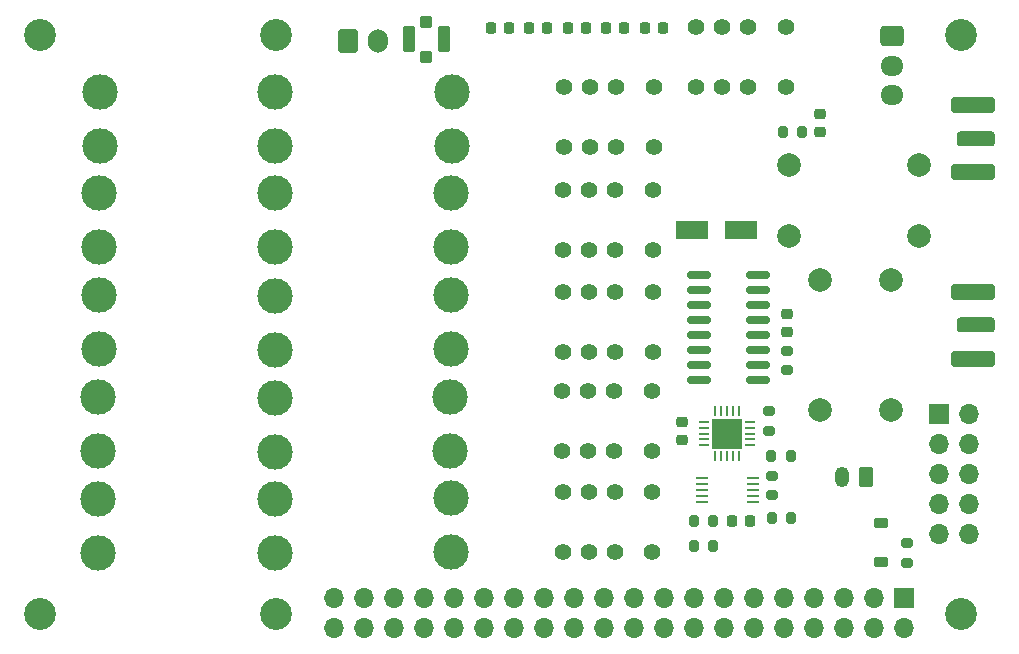
<source format=gbr>
%TF.GenerationSoftware,KiCad,Pcbnew,9.0.0*%
%TF.CreationDate,2025-07-18T17:54:32-05:00*%
%TF.ProjectId,txfilters,74786669-6c74-4657-9273-2e6b69636164,rev?*%
%TF.SameCoordinates,Original*%
%TF.FileFunction,Soldermask,Top*%
%TF.FilePolarity,Negative*%
%FSLAX46Y46*%
G04 Gerber Fmt 4.6, Leading zero omitted, Abs format (unit mm)*
G04 Created by KiCad (PCBNEW 9.0.0) date 2025-07-18 17:54:32*
%MOMM*%
%LPD*%
G01*
G04 APERTURE LIST*
G04 Aperture macros list*
%AMRoundRect*
0 Rectangle with rounded corners*
0 $1 Rounding radius*
0 $2 $3 $4 $5 $6 $7 $8 $9 X,Y pos of 4 corners*
0 Add a 4 corners polygon primitive as box body*
4,1,4,$2,$3,$4,$5,$6,$7,$8,$9,$2,$3,0*
0 Add four circle primitives for the rounded corners*
1,1,$1+$1,$2,$3*
1,1,$1+$1,$4,$5*
1,1,$1+$1,$6,$7*
1,1,$1+$1,$8,$9*
0 Add four rect primitives between the rounded corners*
20,1,$1+$1,$2,$3,$4,$5,0*
20,1,$1+$1,$4,$5,$6,$7,0*
20,1,$1+$1,$6,$7,$8,$9,0*
20,1,$1+$1,$8,$9,$2,$3,0*%
G04 Aperture macros list end*
%ADD10C,1.400000*%
%ADD11C,3.000000*%
%ADD12RoundRect,0.225000X0.250000X-0.225000X0.250000X0.225000X-0.250000X0.225000X-0.250000X-0.225000X0*%
%ADD13C,2.700000*%
%ADD14RoundRect,0.100000X-0.400000X-0.400000X0.400000X-0.400000X0.400000X0.400000X-0.400000X0.400000X0*%
%ADD15RoundRect,0.105000X-0.420000X-0.995000X0.420000X-0.995000X0.420000X0.995000X-0.420000X0.995000X0*%
%ADD16C,2.000000*%
%ADD17RoundRect,0.150000X0.825000X0.150000X-0.825000X0.150000X-0.825000X-0.150000X0.825000X-0.150000X0*%
%ADD18RoundRect,0.225000X-0.225000X-0.250000X0.225000X-0.250000X0.225000X0.250000X-0.225000X0.250000X0*%
%ADD19RoundRect,0.200000X-0.275000X0.200000X-0.275000X-0.200000X0.275000X-0.200000X0.275000X0.200000X0*%
%ADD20RoundRect,0.225000X0.225000X0.250000X-0.225000X0.250000X-0.225000X-0.250000X0.225000X-0.250000X0*%
%ADD21RoundRect,0.250000X1.350000X-0.385000X1.350000X0.385000X-1.350000X0.385000X-1.350000X-0.385000X0*%
%ADD22RoundRect,0.250000X1.600000X-0.425000X1.600000X0.425000X-1.600000X0.425000X-1.600000X-0.425000X0*%
%ADD23RoundRect,0.250000X-1.137500X-0.550000X1.137500X-0.550000X1.137500X0.550000X-1.137500X0.550000X0*%
%ADD24RoundRect,0.225000X-0.250000X0.225000X-0.250000X-0.225000X0.250000X-0.225000X0.250000X0.225000X0*%
%ADD25RoundRect,0.250000X0.350000X0.625000X-0.350000X0.625000X-0.350000X-0.625000X0.350000X-0.625000X0*%
%ADD26O,1.200000X1.750000*%
%ADD27RoundRect,0.200000X0.200000X0.275000X-0.200000X0.275000X-0.200000X-0.275000X0.200000X-0.275000X0*%
%ADD28RoundRect,0.250000X-0.725000X0.600000X-0.725000X-0.600000X0.725000X-0.600000X0.725000X0.600000X0*%
%ADD29O,1.950000X1.700000*%
%ADD30RoundRect,0.218750X0.218750X0.256250X-0.218750X0.256250X-0.218750X-0.256250X0.218750X-0.256250X0*%
%ADD31RoundRect,0.225000X-0.375000X0.225000X-0.375000X-0.225000X0.375000X-0.225000X0.375000X0.225000X0*%
%ADD32RoundRect,0.200000X-0.200000X-0.275000X0.200000X-0.275000X0.200000X0.275000X-0.200000X0.275000X0*%
%ADD33R,1.100000X0.250000*%
%ADD34RoundRect,0.218750X-0.218750X-0.256250X0.218750X-0.256250X0.218750X0.256250X-0.218750X0.256250X0*%
%ADD35RoundRect,0.062500X0.062500X-0.350000X0.062500X0.350000X-0.062500X0.350000X-0.062500X-0.350000X0*%
%ADD36RoundRect,0.062500X0.350000X-0.062500X0.350000X0.062500X-0.350000X0.062500X-0.350000X-0.062500X0*%
%ADD37R,2.500000X2.500000*%
%ADD38R,1.700000X1.700000*%
%ADD39O,1.700000X1.700000*%
%ADD40RoundRect,0.250000X-0.600000X-0.750000X0.600000X-0.750000X0.600000X0.750000X-0.600000X0.750000X0*%
%ADD41O,1.700000X2.000000*%
G04 APERTURE END LIST*
D10*
%TO.C,K6*%
X155905000Y-142295000D03*
X152705000Y-142295000D03*
X150505000Y-142295000D03*
X148305000Y-142295000D03*
X148305000Y-147375000D03*
X150505000Y-147375000D03*
X152705000Y-147375000D03*
X155905000Y-147375000D03*
%TD*%
D11*
%TO.C,L9*%
X109035000Y-125682500D03*
X109035000Y-130252500D03*
%TD*%
D12*
%TO.C,C27*%
X170077000Y-111852000D03*
X170077000Y-110302000D03*
%TD*%
D13*
%TO.C,H1*%
X104080000Y-103630000D03*
%TD*%
D14*
%TO.C,J8*%
X136750000Y-102500000D03*
D15*
X138225000Y-104000000D03*
D14*
X136750000Y-105500000D03*
D15*
X135275000Y-104000000D03*
%TD*%
D11*
%TO.C,L1*%
X138945000Y-108420000D03*
X138945000Y-112990000D03*
%TD*%
D10*
%TO.C,K1*%
X156005000Y-108045000D03*
X152805000Y-108045000D03*
X150605000Y-108045000D03*
X148405000Y-108045000D03*
X148405000Y-113125000D03*
X150605000Y-113125000D03*
X152805000Y-113125000D03*
X156005000Y-113125000D03*
%TD*%
D16*
%TO.C,L17*%
X167485000Y-120615000D03*
X178485000Y-120615000D03*
X167485000Y-114615000D03*
X178485000Y-114615000D03*
%TD*%
D11*
%TO.C,L2*%
X123985000Y-108420000D03*
X123985000Y-112990000D03*
%TD*%
%TO.C,L3*%
X109105000Y-108420000D03*
X109105000Y-112990000D03*
%TD*%
D10*
%TO.C,K5*%
X155895000Y-133732500D03*
X152695000Y-133732500D03*
X150495000Y-133732500D03*
X148295000Y-133732500D03*
X148295000Y-138812500D03*
X150495000Y-138812500D03*
X152695000Y-138812500D03*
X155895000Y-138812500D03*
%TD*%
D17*
%TO.C,U3*%
X164830000Y-132830000D03*
X164830000Y-131560000D03*
X164830000Y-130290000D03*
X164830000Y-129020000D03*
X164830000Y-127750000D03*
X164830000Y-126480000D03*
X164830000Y-125210000D03*
X164830000Y-123940000D03*
X159880000Y-123940000D03*
X159880000Y-125210000D03*
X159880000Y-126480000D03*
X159880000Y-127750000D03*
X159880000Y-129020000D03*
X159880000Y-130290000D03*
X159880000Y-131560000D03*
X159880000Y-132830000D03*
%TD*%
D18*
%TO.C,C3*%
X162630000Y-144775000D03*
X164180000Y-144775000D03*
%TD*%
D19*
%TO.C,R11*%
X177500000Y-146675000D03*
X177500000Y-148325000D03*
%TD*%
D13*
%TO.C,H6*%
X182080000Y-152630000D03*
%TD*%
D20*
%TO.C,C47*%
X156800000Y-103000000D03*
X155250000Y-103000000D03*
%TD*%
%TO.C,C48*%
X150275000Y-103000000D03*
X148725000Y-103000000D03*
%TD*%
D13*
%TO.C,H2*%
X124080000Y-103630000D03*
%TD*%
D21*
%TO.C,J3*%
X183337500Y-128205000D03*
D22*
X183087500Y-125380000D03*
X183087500Y-131030000D03*
%TD*%
D11*
%TO.C,L6*%
X109035000Y-117021250D03*
X109035000Y-121591250D03*
%TD*%
D23*
%TO.C,C6*%
X159286500Y-120163000D03*
X163411500Y-120163000D03*
%TD*%
D24*
%TO.C,C26*%
X167285000Y-127224000D03*
X167285000Y-128774000D03*
%TD*%
D11*
%TO.C,L15*%
X108985000Y-142929000D03*
X108985000Y-147499000D03*
%TD*%
D13*
%TO.C,H4*%
X104080000Y-152630000D03*
%TD*%
%TO.C,H5*%
X124080000Y-152630000D03*
%TD*%
D19*
%TO.C,R10*%
X165750000Y-135500000D03*
X165750000Y-137150000D03*
%TD*%
D16*
%TO.C,L16*%
X176075000Y-135345000D03*
X176075000Y-124345000D03*
X170075000Y-135345000D03*
X170075000Y-124345000D03*
%TD*%
D19*
%TO.C,R2*%
X167285000Y-130348000D03*
X167285000Y-131998000D03*
%TD*%
D25*
%TO.C,J7*%
X174000000Y-141050000D03*
D26*
X172000000Y-141050000D03*
%TD*%
D13*
%TO.C,H3*%
X182080000Y-103630000D03*
%TD*%
D19*
%TO.C,R3*%
X166023000Y-140929000D03*
X166023000Y-142579000D03*
%TD*%
D21*
%TO.C,J2*%
X183337500Y-112395000D03*
D22*
X183087500Y-109570000D03*
X183087500Y-115220000D03*
%TD*%
D27*
%TO.C,R4*%
X167610000Y-139255000D03*
X165960000Y-139255000D03*
%TD*%
D11*
%TO.C,L11*%
X123935000Y-134325250D03*
X123935000Y-138895250D03*
%TD*%
%TO.C,L7*%
X138875000Y-125652500D03*
X138875000Y-130222500D03*
%TD*%
D28*
%TO.C,J6*%
X176203000Y-103713000D03*
D29*
X176203000Y-106213000D03*
X176203000Y-108713000D03*
%TD*%
D30*
%TO.C,L19*%
X147000000Y-103000000D03*
X145425000Y-103000000D03*
%TD*%
D10*
%TO.C,K2*%
X167185000Y-102985000D03*
X163985000Y-102985000D03*
X161785000Y-102985000D03*
X159585000Y-102985000D03*
X159585000Y-108065000D03*
X161785000Y-108065000D03*
X163985000Y-108065000D03*
X167185000Y-108065000D03*
%TD*%
D20*
%TO.C,C49*%
X143775000Y-103000000D03*
X142225000Y-103000000D03*
%TD*%
D31*
%TO.C,D4*%
X175250000Y-144950000D03*
X175250000Y-148250000D03*
%TD*%
D11*
%TO.C,L4*%
X138875000Y-117006250D03*
X138875000Y-121576250D03*
%TD*%
%TO.C,L8*%
X123995000Y-125697500D03*
X123995000Y-130267500D03*
%TD*%
%TO.C,L12*%
X108975000Y-134317750D03*
X108975000Y-138887750D03*
%TD*%
D32*
%TO.C,R9*%
X166000000Y-144500000D03*
X167650000Y-144500000D03*
%TD*%
D10*
%TO.C,K3*%
X155955000Y-116787500D03*
X152755000Y-116787500D03*
X150555000Y-116787500D03*
X148355000Y-116787500D03*
X148355000Y-121867500D03*
X150555000Y-121867500D03*
X152755000Y-121867500D03*
X155955000Y-121867500D03*
%TD*%
D27*
%TO.C,R1*%
X161080000Y-144773000D03*
X159430000Y-144773000D03*
%TD*%
D11*
%TO.C,L13*%
X138825000Y-142869000D03*
X138825000Y-147439000D03*
%TD*%
D33*
%TO.C,U1*%
X164405000Y-143175000D03*
X164405000Y-142675000D03*
X164405000Y-142175000D03*
X164405000Y-141675000D03*
X164405000Y-141175000D03*
X160105000Y-141175000D03*
X160105000Y-141675000D03*
X160105000Y-142175000D03*
X160105000Y-142675000D03*
X160105000Y-143175000D03*
%TD*%
D11*
%TO.C,L14*%
X123945000Y-142929000D03*
X123945000Y-147499000D03*
%TD*%
%TO.C,L5*%
X123995000Y-117043750D03*
X123995000Y-121613750D03*
%TD*%
D34*
%TO.C,L18*%
X151962500Y-103000000D03*
X153537500Y-103000000D03*
%TD*%
D10*
%TO.C,K4*%
X155955000Y-125400000D03*
X152755000Y-125400000D03*
X150555000Y-125400000D03*
X148355000Y-125400000D03*
X148355000Y-130480000D03*
X150555000Y-130480000D03*
X152755000Y-130480000D03*
X155955000Y-130480000D03*
%TD*%
D35*
%TO.C,U2*%
X161225000Y-139312500D03*
X161725000Y-139312500D03*
X162225000Y-139312500D03*
X162725000Y-139312500D03*
X163225000Y-139312500D03*
D36*
X164162500Y-138375000D03*
X164162500Y-137875000D03*
X164162500Y-137375000D03*
X164162500Y-136875000D03*
X164162500Y-136375000D03*
D35*
X163225000Y-135437500D03*
X162725000Y-135437500D03*
X162225000Y-135437500D03*
X161725000Y-135437500D03*
X161225000Y-135437500D03*
D36*
X160287500Y-136375000D03*
X160287500Y-136875000D03*
X160287500Y-137375000D03*
X160287500Y-137875000D03*
X160287500Y-138375000D03*
D37*
X162225000Y-137375000D03*
%TD*%
D27*
%TO.C,R7*%
X168596000Y-111839000D03*
X166946000Y-111839000D03*
%TD*%
D12*
%TO.C,C2*%
X158415000Y-137940000D03*
X158415000Y-136390000D03*
%TD*%
D27*
%TO.C,R8*%
X161080000Y-146902000D03*
X159430000Y-146902000D03*
%TD*%
D11*
%TO.C,L10*%
X138815000Y-134272750D03*
X138815000Y-138842750D03*
%TD*%
D38*
%TO.C,J4*%
X180200000Y-135753600D03*
D39*
X182740000Y-135753600D03*
X180200000Y-138293600D03*
X182740000Y-138293600D03*
X180200000Y-140833600D03*
X182740000Y-140833600D03*
X180200000Y-143373600D03*
X182740000Y-143373600D03*
X180200000Y-145913600D03*
X182740000Y-145913600D03*
%TD*%
D40*
%TO.C,J5*%
X130149000Y-104135000D03*
D41*
X132649000Y-104135000D03*
%TD*%
D38*
%TO.C,J1*%
X177180000Y-151330000D03*
D39*
X177180000Y-153870000D03*
X174640000Y-151330000D03*
X174640000Y-153870000D03*
X172100000Y-151330000D03*
X172100000Y-153870000D03*
X169560000Y-151330000D03*
X169560000Y-153870000D03*
X167020000Y-151330000D03*
X167020000Y-153870000D03*
X164480000Y-151330000D03*
X164480000Y-153870000D03*
X161940000Y-151330000D03*
X161940000Y-153870000D03*
X159400000Y-151330000D03*
X159400000Y-153870000D03*
X156860000Y-151330000D03*
X156860000Y-153870000D03*
X154320000Y-151330000D03*
X154320000Y-153870000D03*
X151780000Y-151330000D03*
X151780000Y-153870000D03*
X149240000Y-151330000D03*
X149240000Y-153870000D03*
X146700000Y-151330000D03*
X146700000Y-153870000D03*
X144160000Y-151330000D03*
X144160000Y-153870000D03*
X141620000Y-151330000D03*
X141620000Y-153870000D03*
X139080000Y-151330000D03*
X139080000Y-153870000D03*
X136540000Y-151330000D03*
X136540000Y-153870000D03*
X134000000Y-151330000D03*
X134000000Y-153870000D03*
X131460000Y-151330000D03*
X131460000Y-153870000D03*
X128920000Y-151330000D03*
X128920000Y-153870000D03*
%TD*%
M02*

</source>
